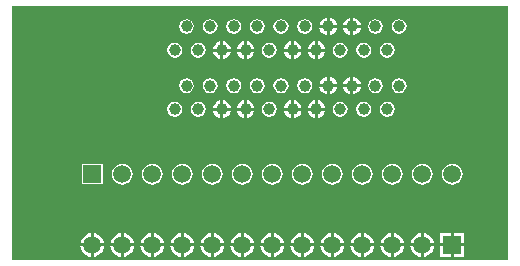
<source format=gbl>
G04*
G04 #@! TF.GenerationSoftware,Altium Limited,Altium Designer,19.1.8 (144)*
G04*
G04 Layer_Physical_Order=2*
G04 Layer_Color=16711680*
%FSLAX44Y44*%
%MOMM*%
G71*
G01*
G75*
%ADD16R,1.5000X1.5000*%
%ADD17C,1.5000*%
%ADD18C,1.0000*%
%ADD19C,0.7620*%
G36*
X422410Y2590D02*
X2590D01*
Y217410D01*
X422410D01*
Y2590D01*
D02*
G37*
%LPC*%
G36*
X291270Y207438D02*
Y201270D01*
X297438D01*
X297346Y201968D01*
X296586Y203803D01*
X295378Y205378D01*
X293803Y206586D01*
X291968Y207346D01*
X291270Y207438D01*
D02*
G37*
G36*
X288730D02*
X288032Y207346D01*
X286197Y206586D01*
X284622Y205378D01*
X283414Y203803D01*
X282654Y201968D01*
X282562Y201270D01*
X288730D01*
Y207438D01*
D02*
G37*
G36*
X271270D02*
Y201270D01*
X277438D01*
X277346Y201968D01*
X276586Y203803D01*
X275378Y205378D01*
X273803Y206586D01*
X271968Y207346D01*
X271270Y207438D01*
D02*
G37*
G36*
X268730D02*
X268032Y207346D01*
X266197Y206586D01*
X264622Y205378D01*
X263414Y203803D01*
X262654Y201968D01*
X262562Y201270D01*
X268730D01*
Y207438D01*
D02*
G37*
G36*
X330000Y206393D02*
X327554Y205906D01*
X325480Y204520D01*
X324094Y202446D01*
X323607Y200000D01*
X324094Y197554D01*
X325480Y195480D01*
X327554Y194094D01*
X330000Y193607D01*
X332446Y194094D01*
X334520Y195480D01*
X335906Y197554D01*
X336393Y200000D01*
X335906Y202446D01*
X334520Y204520D01*
X332446Y205906D01*
X330000Y206393D01*
D02*
G37*
G36*
X310000D02*
X307554Y205906D01*
X305480Y204520D01*
X304094Y202446D01*
X303607Y200000D01*
X304094Y197554D01*
X305480Y195480D01*
X307554Y194094D01*
X310000Y193607D01*
X312446Y194094D01*
X314520Y195480D01*
X315906Y197554D01*
X316393Y200000D01*
X315906Y202446D01*
X314520Y204520D01*
X312446Y205906D01*
X310000Y206393D01*
D02*
G37*
G36*
X250000D02*
X247554Y205906D01*
X245480Y204520D01*
X244094Y202446D01*
X243607Y200000D01*
X244094Y197554D01*
X245480Y195480D01*
X247554Y194094D01*
X250000Y193607D01*
X252446Y194094D01*
X254520Y195480D01*
X255906Y197554D01*
X256393Y200000D01*
X255906Y202446D01*
X254520Y204520D01*
X252446Y205906D01*
X250000Y206393D01*
D02*
G37*
G36*
X230000D02*
X227554Y205906D01*
X225480Y204520D01*
X224094Y202446D01*
X223607Y200000D01*
X224094Y197554D01*
X225480Y195480D01*
X227554Y194094D01*
X230000Y193607D01*
X232446Y194094D01*
X234520Y195480D01*
X235906Y197554D01*
X236393Y200000D01*
X235906Y202446D01*
X234520Y204520D01*
X232446Y205906D01*
X230000Y206393D01*
D02*
G37*
G36*
X210000D02*
X207554Y205906D01*
X205480Y204520D01*
X204094Y202446D01*
X203607Y200000D01*
X204094Y197554D01*
X205480Y195480D01*
X207554Y194094D01*
X210000Y193607D01*
X212446Y194094D01*
X214520Y195480D01*
X215906Y197554D01*
X216393Y200000D01*
X215906Y202446D01*
X214520Y204520D01*
X212446Y205906D01*
X210000Y206393D01*
D02*
G37*
G36*
X190000D02*
X187554Y205906D01*
X185480Y204520D01*
X184094Y202446D01*
X183607Y200000D01*
X184094Y197554D01*
X185480Y195480D01*
X187554Y194094D01*
X190000Y193607D01*
X192446Y194094D01*
X194520Y195480D01*
X195906Y197554D01*
X196393Y200000D01*
X195906Y202446D01*
X194520Y204520D01*
X192446Y205906D01*
X190000Y206393D01*
D02*
G37*
G36*
X170000D02*
X167554Y205906D01*
X165480Y204520D01*
X164094Y202446D01*
X163607Y200000D01*
X164094Y197554D01*
X165480Y195480D01*
X167554Y194094D01*
X170000Y193607D01*
X172446Y194094D01*
X174520Y195480D01*
X175906Y197554D01*
X176393Y200000D01*
X175906Y202446D01*
X174520Y204520D01*
X172446Y205906D01*
X170000Y206393D01*
D02*
G37*
G36*
X150000D02*
X147554Y205906D01*
X145480Y204520D01*
X144094Y202446D01*
X143607Y200000D01*
X144094Y197554D01*
X145480Y195480D01*
X147554Y194094D01*
X150000Y193607D01*
X152446Y194094D01*
X154520Y195480D01*
X155906Y197554D01*
X156393Y200000D01*
X155906Y202446D01*
X154520Y204520D01*
X152446Y205906D01*
X150000Y206393D01*
D02*
G37*
G36*
X297438Y198730D02*
X291270D01*
Y192562D01*
X291968Y192654D01*
X293803Y193414D01*
X295378Y194622D01*
X296586Y196197D01*
X297346Y198032D01*
X297438Y198730D01*
D02*
G37*
G36*
X288730D02*
X282562D01*
X282654Y198032D01*
X283414Y196197D01*
X284622Y194622D01*
X286197Y193414D01*
X288032Y192654D01*
X288730Y192562D01*
Y198730D01*
D02*
G37*
G36*
X277438D02*
X271270D01*
Y192562D01*
X271968Y192654D01*
X273803Y193414D01*
X275378Y194622D01*
X276586Y196197D01*
X277346Y198032D01*
X277438Y198730D01*
D02*
G37*
G36*
X268730D02*
X262562D01*
X262654Y198032D01*
X263414Y196197D01*
X264622Y194622D01*
X266197Y193414D01*
X268032Y192654D01*
X268730Y192562D01*
Y198730D01*
D02*
G37*
G36*
X261270Y187438D02*
Y181270D01*
X267438D01*
X267346Y181968D01*
X266586Y183803D01*
X265378Y185378D01*
X263803Y186586D01*
X261968Y187346D01*
X261270Y187438D01*
D02*
G37*
G36*
X258730D02*
X258032Y187346D01*
X256197Y186586D01*
X254622Y185378D01*
X253414Y183803D01*
X252654Y181968D01*
X252562Y181270D01*
X258730D01*
Y187438D01*
D02*
G37*
G36*
X241270D02*
Y181270D01*
X247438D01*
X247346Y181968D01*
X246586Y183803D01*
X245378Y185378D01*
X243803Y186586D01*
X241968Y187346D01*
X241270Y187438D01*
D02*
G37*
G36*
X238730D02*
X238032Y187346D01*
X236197Y186586D01*
X234622Y185378D01*
X233414Y183803D01*
X232654Y181968D01*
X232562Y181270D01*
X238730D01*
Y187438D01*
D02*
G37*
G36*
X201270D02*
Y181270D01*
X207438D01*
X207346Y181968D01*
X206586Y183803D01*
X205378Y185378D01*
X203803Y186586D01*
X201968Y187346D01*
X201270Y187438D01*
D02*
G37*
G36*
X198730D02*
X198032Y187346D01*
X196197Y186586D01*
X194622Y185378D01*
X193414Y183803D01*
X192654Y181968D01*
X192562Y181270D01*
X198730D01*
Y187438D01*
D02*
G37*
G36*
X181270D02*
Y181270D01*
X187438D01*
X187346Y181968D01*
X186586Y183803D01*
X185378Y185378D01*
X183803Y186586D01*
X181968Y187346D01*
X181270Y187438D01*
D02*
G37*
G36*
X178730D02*
X178032Y187346D01*
X176197Y186586D01*
X174622Y185378D01*
X173414Y183803D01*
X172654Y181968D01*
X172562Y181270D01*
X178730D01*
Y187438D01*
D02*
G37*
G36*
X320000Y186393D02*
X317554Y185906D01*
X315480Y184520D01*
X314094Y182446D01*
X313607Y180000D01*
X314094Y177554D01*
X315480Y175480D01*
X317554Y174094D01*
X320000Y173607D01*
X322446Y174094D01*
X324520Y175480D01*
X325906Y177554D01*
X326393Y180000D01*
X325906Y182446D01*
X324520Y184520D01*
X322446Y185906D01*
X320000Y186393D01*
D02*
G37*
G36*
X300000D02*
X297554Y185906D01*
X295480Y184520D01*
X294094Y182446D01*
X293607Y180000D01*
X294094Y177554D01*
X295480Y175480D01*
X297554Y174094D01*
X300000Y173607D01*
X302446Y174094D01*
X304520Y175480D01*
X305906Y177554D01*
X306393Y180000D01*
X305906Y182446D01*
X304520Y184520D01*
X302446Y185906D01*
X300000Y186393D01*
D02*
G37*
G36*
X280000D02*
X277554Y185906D01*
X275480Y184520D01*
X274094Y182446D01*
X273607Y180000D01*
X274094Y177554D01*
X275480Y175480D01*
X277554Y174094D01*
X280000Y173607D01*
X282446Y174094D01*
X284520Y175480D01*
X285906Y177554D01*
X286393Y180000D01*
X285906Y182446D01*
X284520Y184520D01*
X282446Y185906D01*
X280000Y186393D01*
D02*
G37*
G36*
X220000D02*
X217554Y185906D01*
X215480Y184520D01*
X214094Y182446D01*
X213607Y180000D01*
X214094Y177554D01*
X215480Y175480D01*
X217554Y174094D01*
X220000Y173607D01*
X222446Y174094D01*
X224520Y175480D01*
X225906Y177554D01*
X226393Y180000D01*
X225906Y182446D01*
X224520Y184520D01*
X222446Y185906D01*
X220000Y186393D01*
D02*
G37*
G36*
X160000D02*
X157554Y185906D01*
X155480Y184520D01*
X154094Y182446D01*
X153607Y180000D01*
X154094Y177554D01*
X155480Y175480D01*
X157554Y174094D01*
X160000Y173607D01*
X162446Y174094D01*
X164520Y175480D01*
X165906Y177554D01*
X166393Y180000D01*
X165906Y182446D01*
X164520Y184520D01*
X162446Y185906D01*
X160000Y186393D01*
D02*
G37*
G36*
X140000D02*
X137554Y185906D01*
X135480Y184520D01*
X134094Y182446D01*
X133607Y180000D01*
X134094Y177554D01*
X135480Y175480D01*
X137554Y174094D01*
X140000Y173607D01*
X142446Y174094D01*
X144520Y175480D01*
X145906Y177554D01*
X146393Y180000D01*
X145906Y182446D01*
X144520Y184520D01*
X142446Y185906D01*
X140000Y186393D01*
D02*
G37*
G36*
X267438Y178730D02*
X261270D01*
Y172562D01*
X261968Y172654D01*
X263803Y173414D01*
X265378Y174622D01*
X266586Y176197D01*
X267346Y178032D01*
X267438Y178730D01*
D02*
G37*
G36*
X258730D02*
X252562D01*
X252654Y178032D01*
X253414Y176197D01*
X254622Y174622D01*
X256197Y173414D01*
X258032Y172654D01*
X258730Y172562D01*
Y178730D01*
D02*
G37*
G36*
X247438D02*
X241270D01*
Y172562D01*
X241968Y172654D01*
X243803Y173414D01*
X245378Y174622D01*
X246586Y176197D01*
X247346Y178032D01*
X247438Y178730D01*
D02*
G37*
G36*
X238730D02*
X232562D01*
X232654Y178032D01*
X233414Y176197D01*
X234622Y174622D01*
X236197Y173414D01*
X238032Y172654D01*
X238730Y172562D01*
Y178730D01*
D02*
G37*
G36*
X207438D02*
X201270D01*
Y172562D01*
X201968Y172654D01*
X203803Y173414D01*
X205378Y174622D01*
X206586Y176197D01*
X207346Y178032D01*
X207438Y178730D01*
D02*
G37*
G36*
X198730D02*
X192562D01*
X192654Y178032D01*
X193414Y176197D01*
X194622Y174622D01*
X196197Y173414D01*
X198032Y172654D01*
X198730Y172562D01*
Y178730D01*
D02*
G37*
G36*
X187438D02*
X181270D01*
Y172562D01*
X181968Y172654D01*
X183803Y173414D01*
X185378Y174622D01*
X186586Y176197D01*
X187346Y178032D01*
X187438Y178730D01*
D02*
G37*
G36*
X178730D02*
X172562D01*
X172654Y178032D01*
X173414Y176197D01*
X174622Y174622D01*
X176197Y173414D01*
X178032Y172654D01*
X178730Y172562D01*
Y178730D01*
D02*
G37*
G36*
X291270Y157438D02*
Y151270D01*
X297438D01*
X297346Y151968D01*
X296586Y153802D01*
X295378Y155378D01*
X293803Y156586D01*
X291968Y157346D01*
X291270Y157438D01*
D02*
G37*
G36*
X288730D02*
X288032Y157346D01*
X286197Y156586D01*
X284622Y155378D01*
X283414Y153802D01*
X282654Y151968D01*
X282562Y151270D01*
X288730D01*
Y157438D01*
D02*
G37*
G36*
X271270D02*
Y151270D01*
X277438D01*
X277346Y151968D01*
X276586Y153802D01*
X275378Y155378D01*
X273803Y156586D01*
X271968Y157346D01*
X271270Y157438D01*
D02*
G37*
G36*
X268730D02*
X268032Y157346D01*
X266197Y156586D01*
X264622Y155378D01*
X263414Y153802D01*
X262654Y151968D01*
X262562Y151270D01*
X268730D01*
Y157438D01*
D02*
G37*
G36*
X330000Y156393D02*
X327554Y155906D01*
X325480Y154520D01*
X324094Y152446D01*
X323607Y150000D01*
X324094Y147554D01*
X325480Y145480D01*
X327554Y144094D01*
X330000Y143607D01*
X332446Y144094D01*
X334520Y145480D01*
X335906Y147554D01*
X336393Y150000D01*
X335906Y152446D01*
X334520Y154520D01*
X332446Y155906D01*
X330000Y156393D01*
D02*
G37*
G36*
X310000D02*
X307554Y155906D01*
X305480Y154520D01*
X304094Y152446D01*
X303607Y150000D01*
X304094Y147554D01*
X305480Y145480D01*
X307554Y144094D01*
X310000Y143607D01*
X312446Y144094D01*
X314520Y145480D01*
X315906Y147554D01*
X316393Y150000D01*
X315906Y152446D01*
X314520Y154520D01*
X312446Y155906D01*
X310000Y156393D01*
D02*
G37*
G36*
X250000D02*
X247554Y155906D01*
X245480Y154520D01*
X244094Y152446D01*
X243607Y150000D01*
X244094Y147554D01*
X245480Y145480D01*
X247554Y144094D01*
X250000Y143607D01*
X252446Y144094D01*
X254520Y145480D01*
X255906Y147554D01*
X256393Y150000D01*
X255906Y152446D01*
X254520Y154520D01*
X252446Y155906D01*
X250000Y156393D01*
D02*
G37*
G36*
X230000D02*
X227554Y155906D01*
X225480Y154520D01*
X224094Y152446D01*
X223607Y150000D01*
X224094Y147554D01*
X225480Y145480D01*
X227554Y144094D01*
X230000Y143607D01*
X232446Y144094D01*
X234520Y145480D01*
X235906Y147554D01*
X236393Y150000D01*
X235906Y152446D01*
X234520Y154520D01*
X232446Y155906D01*
X230000Y156393D01*
D02*
G37*
G36*
X210000D02*
X207554Y155906D01*
X205480Y154520D01*
X204094Y152446D01*
X203607Y150000D01*
X204094Y147554D01*
X205480Y145480D01*
X207554Y144094D01*
X210000Y143607D01*
X212446Y144094D01*
X214520Y145480D01*
X215906Y147554D01*
X216393Y150000D01*
X215906Y152446D01*
X214520Y154520D01*
X212446Y155906D01*
X210000Y156393D01*
D02*
G37*
G36*
X190000D02*
X187554Y155906D01*
X185480Y154520D01*
X184094Y152446D01*
X183607Y150000D01*
X184094Y147554D01*
X185480Y145480D01*
X187554Y144094D01*
X190000Y143607D01*
X192446Y144094D01*
X194520Y145480D01*
X195906Y147554D01*
X196393Y150000D01*
X195906Y152446D01*
X194520Y154520D01*
X192446Y155906D01*
X190000Y156393D01*
D02*
G37*
G36*
X170000D02*
X167554Y155906D01*
X165480Y154520D01*
X164094Y152446D01*
X163607Y150000D01*
X164094Y147554D01*
X165480Y145480D01*
X167554Y144094D01*
X170000Y143607D01*
X172446Y144094D01*
X174520Y145480D01*
X175906Y147554D01*
X176393Y150000D01*
X175906Y152446D01*
X174520Y154520D01*
X172446Y155906D01*
X170000Y156393D01*
D02*
G37*
G36*
X150000D02*
X147554Y155906D01*
X145480Y154520D01*
X144094Y152446D01*
X143607Y150000D01*
X144094Y147554D01*
X145480Y145480D01*
X147554Y144094D01*
X150000Y143607D01*
X152446Y144094D01*
X154520Y145480D01*
X155906Y147554D01*
X156393Y150000D01*
X155906Y152446D01*
X154520Y154520D01*
X152446Y155906D01*
X150000Y156393D01*
D02*
G37*
G36*
X297438Y148730D02*
X291270D01*
Y142562D01*
X291968Y142654D01*
X293803Y143414D01*
X295378Y144622D01*
X296586Y146198D01*
X297346Y148032D01*
X297438Y148730D01*
D02*
G37*
G36*
X288730D02*
X282562D01*
X282654Y148032D01*
X283414Y146198D01*
X284622Y144622D01*
X286197Y143414D01*
X288032Y142654D01*
X288730Y142562D01*
Y148730D01*
D02*
G37*
G36*
X277438D02*
X271270D01*
Y142562D01*
X271968Y142654D01*
X273803Y143414D01*
X275378Y144622D01*
X276586Y146198D01*
X277346Y148032D01*
X277438Y148730D01*
D02*
G37*
G36*
X268730D02*
X262562D01*
X262654Y148032D01*
X263414Y146198D01*
X264622Y144622D01*
X266197Y143414D01*
X268032Y142654D01*
X268730Y142562D01*
Y148730D01*
D02*
G37*
G36*
X261270Y137438D02*
Y131270D01*
X267438D01*
X267346Y131968D01*
X266586Y133802D01*
X265378Y135378D01*
X263803Y136586D01*
X261968Y137346D01*
X261270Y137438D01*
D02*
G37*
G36*
X258730D02*
X258032Y137346D01*
X256197Y136586D01*
X254622Y135378D01*
X253414Y133802D01*
X252654Y131968D01*
X252562Y131270D01*
X258730D01*
Y137438D01*
D02*
G37*
G36*
X241270D02*
Y131270D01*
X247438D01*
X247346Y131968D01*
X246586Y133802D01*
X245378Y135378D01*
X243803Y136586D01*
X241968Y137346D01*
X241270Y137438D01*
D02*
G37*
G36*
X238730D02*
X238032Y137346D01*
X236197Y136586D01*
X234622Y135378D01*
X233414Y133802D01*
X232654Y131968D01*
X232562Y131270D01*
X238730D01*
Y137438D01*
D02*
G37*
G36*
X201270D02*
Y131270D01*
X207438D01*
X207346Y131968D01*
X206586Y133802D01*
X205378Y135378D01*
X203803Y136586D01*
X201968Y137346D01*
X201270Y137438D01*
D02*
G37*
G36*
X198730D02*
X198032Y137346D01*
X196197Y136586D01*
X194622Y135378D01*
X193414Y133802D01*
X192654Y131968D01*
X192562Y131270D01*
X198730D01*
Y137438D01*
D02*
G37*
G36*
X181270D02*
Y131270D01*
X187438D01*
X187346Y131968D01*
X186586Y133802D01*
X185378Y135378D01*
X183803Y136586D01*
X181968Y137346D01*
X181270Y137438D01*
D02*
G37*
G36*
X178730D02*
X178032Y137346D01*
X176197Y136586D01*
X174622Y135378D01*
X173414Y133802D01*
X172654Y131968D01*
X172562Y131270D01*
X178730D01*
Y137438D01*
D02*
G37*
G36*
X320000Y136393D02*
X317554Y135906D01*
X315480Y134520D01*
X314094Y132446D01*
X313607Y130000D01*
X314094Y127554D01*
X315480Y125480D01*
X317554Y124094D01*
X320000Y123607D01*
X322446Y124094D01*
X324520Y125480D01*
X325906Y127554D01*
X326393Y130000D01*
X325906Y132446D01*
X324520Y134520D01*
X322446Y135906D01*
X320000Y136393D01*
D02*
G37*
G36*
X300000D02*
X297554Y135906D01*
X295480Y134520D01*
X294094Y132446D01*
X293607Y130000D01*
X294094Y127554D01*
X295480Y125480D01*
X297554Y124094D01*
X300000Y123607D01*
X302446Y124094D01*
X304520Y125480D01*
X305906Y127554D01*
X306393Y130000D01*
X305906Y132446D01*
X304520Y134520D01*
X302446Y135906D01*
X300000Y136393D01*
D02*
G37*
G36*
X280000D02*
X277554Y135906D01*
X275480Y134520D01*
X274094Y132446D01*
X273607Y130000D01*
X274094Y127554D01*
X275480Y125480D01*
X277554Y124094D01*
X280000Y123607D01*
X282446Y124094D01*
X284520Y125480D01*
X285906Y127554D01*
X286393Y130000D01*
X285906Y132446D01*
X284520Y134520D01*
X282446Y135906D01*
X280000Y136393D01*
D02*
G37*
G36*
X220000D02*
X217554Y135906D01*
X215480Y134520D01*
X214094Y132446D01*
X213607Y130000D01*
X214094Y127554D01*
X215480Y125480D01*
X217554Y124094D01*
X220000Y123607D01*
X222446Y124094D01*
X224520Y125480D01*
X225906Y127554D01*
X226393Y130000D01*
X225906Y132446D01*
X224520Y134520D01*
X222446Y135906D01*
X220000Y136393D01*
D02*
G37*
G36*
X160000D02*
X157554Y135906D01*
X155480Y134520D01*
X154094Y132446D01*
X153607Y130000D01*
X154094Y127554D01*
X155480Y125480D01*
X157554Y124094D01*
X160000Y123607D01*
X162446Y124094D01*
X164520Y125480D01*
X165906Y127554D01*
X166393Y130000D01*
X165906Y132446D01*
X164520Y134520D01*
X162446Y135906D01*
X160000Y136393D01*
D02*
G37*
G36*
X140000D02*
X137554Y135906D01*
X135480Y134520D01*
X134094Y132446D01*
X133607Y130000D01*
X134094Y127554D01*
X135480Y125480D01*
X137554Y124094D01*
X140000Y123607D01*
X142446Y124094D01*
X144520Y125480D01*
X145906Y127554D01*
X146393Y130000D01*
X145906Y132446D01*
X144520Y134520D01*
X142446Y135906D01*
X140000Y136393D01*
D02*
G37*
G36*
X267438Y128730D02*
X261270D01*
Y122562D01*
X261968Y122654D01*
X263803Y123414D01*
X265378Y124622D01*
X266586Y126198D01*
X267346Y128032D01*
X267438Y128730D01*
D02*
G37*
G36*
X258730D02*
X252562D01*
X252654Y128032D01*
X253414Y126198D01*
X254622Y124622D01*
X256197Y123414D01*
X258032Y122654D01*
X258730Y122562D01*
Y128730D01*
D02*
G37*
G36*
X247438D02*
X241270D01*
Y122562D01*
X241968Y122654D01*
X243803Y123414D01*
X245378Y124622D01*
X246586Y126198D01*
X247346Y128032D01*
X247438Y128730D01*
D02*
G37*
G36*
X238730D02*
X232562D01*
X232654Y128032D01*
X233414Y126198D01*
X234622Y124622D01*
X236197Y123414D01*
X238032Y122654D01*
X238730Y122562D01*
Y128730D01*
D02*
G37*
G36*
X207438D02*
X201270D01*
Y122562D01*
X201968Y122654D01*
X203803Y123414D01*
X205378Y124622D01*
X206586Y126198D01*
X207346Y128032D01*
X207438Y128730D01*
D02*
G37*
G36*
X198730D02*
X192562D01*
X192654Y128032D01*
X193414Y126198D01*
X194622Y124622D01*
X196197Y123414D01*
X198032Y122654D01*
X198730Y122562D01*
Y128730D01*
D02*
G37*
G36*
X187438D02*
X181270D01*
Y122562D01*
X181968Y122654D01*
X183803Y123414D01*
X185378Y124622D01*
X186586Y126198D01*
X187346Y128032D01*
X187438Y128730D01*
D02*
G37*
G36*
X178730D02*
X172562D01*
X172654Y128032D01*
X173414Y126198D01*
X174622Y124622D01*
X176197Y123414D01*
X178032Y122654D01*
X178730Y122562D01*
Y128730D01*
D02*
G37*
G36*
X78970Y83770D02*
X61430D01*
Y66230D01*
X78970D01*
Y83770D01*
D02*
G37*
G36*
X375000Y83846D02*
X372711Y83544D01*
X370577Y82661D01*
X368745Y81255D01*
X367339Y79423D01*
X366456Y77289D01*
X366154Y75000D01*
X366456Y72711D01*
X367339Y70577D01*
X368745Y68745D01*
X370577Y67339D01*
X372711Y66456D01*
X375000Y66154D01*
X377289Y66456D01*
X379423Y67339D01*
X381255Y68745D01*
X382661Y70577D01*
X383544Y72711D01*
X383846Y75000D01*
X383544Y77289D01*
X382661Y79423D01*
X381255Y81255D01*
X379423Y82661D01*
X377289Y83544D01*
X375000Y83846D01*
D02*
G37*
G36*
X349600D02*
X347311Y83544D01*
X345177Y82661D01*
X343345Y81255D01*
X341939Y79423D01*
X341056Y77289D01*
X340754Y75000D01*
X341056Y72711D01*
X341939Y70577D01*
X343345Y68745D01*
X345177Y67339D01*
X347311Y66456D01*
X349600Y66154D01*
X351889Y66456D01*
X354023Y67339D01*
X355855Y68745D01*
X357261Y70577D01*
X358144Y72711D01*
X358446Y75000D01*
X358144Y77289D01*
X357261Y79423D01*
X355855Y81255D01*
X354023Y82661D01*
X351889Y83544D01*
X349600Y83846D01*
D02*
G37*
G36*
X324200D02*
X321911Y83544D01*
X319777Y82661D01*
X317945Y81255D01*
X316539Y79423D01*
X315656Y77289D01*
X315354Y75000D01*
X315656Y72711D01*
X316539Y70577D01*
X317945Y68745D01*
X319777Y67339D01*
X321911Y66456D01*
X324200Y66154D01*
X326489Y66456D01*
X328623Y67339D01*
X330455Y68745D01*
X331861Y70577D01*
X332744Y72711D01*
X333046Y75000D01*
X332744Y77289D01*
X331861Y79423D01*
X330455Y81255D01*
X328623Y82661D01*
X326489Y83544D01*
X324200Y83846D01*
D02*
G37*
G36*
X298800D02*
X296511Y83544D01*
X294377Y82661D01*
X292545Y81255D01*
X291139Y79423D01*
X290256Y77289D01*
X289954Y75000D01*
X290256Y72711D01*
X291139Y70577D01*
X292545Y68745D01*
X294377Y67339D01*
X296511Y66456D01*
X298800Y66154D01*
X301089Y66456D01*
X303223Y67339D01*
X305055Y68745D01*
X306461Y70577D01*
X307344Y72711D01*
X307646Y75000D01*
X307344Y77289D01*
X306461Y79423D01*
X305055Y81255D01*
X303223Y82661D01*
X301089Y83544D01*
X298800Y83846D01*
D02*
G37*
G36*
X273400D02*
X271111Y83544D01*
X268977Y82661D01*
X267145Y81255D01*
X265739Y79423D01*
X264856Y77289D01*
X264554Y75000D01*
X264856Y72711D01*
X265739Y70577D01*
X267145Y68745D01*
X268977Y67339D01*
X271111Y66456D01*
X273400Y66154D01*
X275689Y66456D01*
X277823Y67339D01*
X279655Y68745D01*
X281061Y70577D01*
X281944Y72711D01*
X282246Y75000D01*
X281944Y77289D01*
X281061Y79423D01*
X279655Y81255D01*
X277823Y82661D01*
X275689Y83544D01*
X273400Y83846D01*
D02*
G37*
G36*
X248000D02*
X245711Y83544D01*
X243577Y82661D01*
X241745Y81255D01*
X240339Y79423D01*
X239456Y77289D01*
X239154Y75000D01*
X239456Y72711D01*
X240339Y70577D01*
X241745Y68745D01*
X243577Y67339D01*
X245711Y66456D01*
X248000Y66154D01*
X250289Y66456D01*
X252423Y67339D01*
X254255Y68745D01*
X255661Y70577D01*
X256544Y72711D01*
X256846Y75000D01*
X256544Y77289D01*
X255661Y79423D01*
X254255Y81255D01*
X252423Y82661D01*
X250289Y83544D01*
X248000Y83846D01*
D02*
G37*
G36*
X222600D02*
X220311Y83544D01*
X218177Y82661D01*
X216345Y81255D01*
X214939Y79423D01*
X214056Y77289D01*
X213754Y75000D01*
X214056Y72711D01*
X214939Y70577D01*
X216345Y68745D01*
X218177Y67339D01*
X220311Y66456D01*
X222600Y66154D01*
X224889Y66456D01*
X227023Y67339D01*
X228855Y68745D01*
X230261Y70577D01*
X231144Y72711D01*
X231446Y75000D01*
X231144Y77289D01*
X230261Y79423D01*
X228855Y81255D01*
X227023Y82661D01*
X224889Y83544D01*
X222600Y83846D01*
D02*
G37*
G36*
X197200D02*
X194911Y83544D01*
X192777Y82661D01*
X190945Y81255D01*
X189539Y79423D01*
X188656Y77289D01*
X188354Y75000D01*
X188656Y72711D01*
X189539Y70577D01*
X190945Y68745D01*
X192777Y67339D01*
X194911Y66456D01*
X197200Y66154D01*
X199489Y66456D01*
X201623Y67339D01*
X203455Y68745D01*
X204861Y70577D01*
X205744Y72711D01*
X206046Y75000D01*
X205744Y77289D01*
X204861Y79423D01*
X203455Y81255D01*
X201623Y82661D01*
X199489Y83544D01*
X197200Y83846D01*
D02*
G37*
G36*
X171800D02*
X169511Y83544D01*
X167377Y82661D01*
X165545Y81255D01*
X164139Y79423D01*
X163256Y77289D01*
X162954Y75000D01*
X163256Y72711D01*
X164139Y70577D01*
X165545Y68745D01*
X167377Y67339D01*
X169511Y66456D01*
X171800Y66154D01*
X174089Y66456D01*
X176223Y67339D01*
X178055Y68745D01*
X179461Y70577D01*
X180344Y72711D01*
X180646Y75000D01*
X180344Y77289D01*
X179461Y79423D01*
X178055Y81255D01*
X176223Y82661D01*
X174089Y83544D01*
X171800Y83846D01*
D02*
G37*
G36*
X146400D02*
X144111Y83544D01*
X141977Y82661D01*
X140145Y81255D01*
X138739Y79423D01*
X137856Y77289D01*
X137554Y75000D01*
X137856Y72711D01*
X138739Y70577D01*
X140145Y68745D01*
X141977Y67339D01*
X144111Y66456D01*
X146400Y66154D01*
X148689Y66456D01*
X150823Y67339D01*
X152655Y68745D01*
X154061Y70577D01*
X154944Y72711D01*
X155246Y75000D01*
X154944Y77289D01*
X154061Y79423D01*
X152655Y81255D01*
X150823Y82661D01*
X148689Y83544D01*
X146400Y83846D01*
D02*
G37*
G36*
X121000D02*
X118711Y83544D01*
X116577Y82661D01*
X114745Y81255D01*
X113339Y79423D01*
X112456Y77289D01*
X112154Y75000D01*
X112456Y72711D01*
X113339Y70577D01*
X114745Y68745D01*
X116577Y67339D01*
X118711Y66456D01*
X121000Y66154D01*
X123289Y66456D01*
X125423Y67339D01*
X127255Y68745D01*
X128661Y70577D01*
X129544Y72711D01*
X129846Y75000D01*
X129544Y77289D01*
X128661Y79423D01*
X127255Y81255D01*
X125423Y82661D01*
X123289Y83544D01*
X121000Y83846D01*
D02*
G37*
G36*
X95600D02*
X93311Y83544D01*
X91177Y82661D01*
X89345Y81255D01*
X87939Y79423D01*
X87056Y77289D01*
X86754Y75000D01*
X87056Y72711D01*
X87939Y70577D01*
X89345Y68745D01*
X91177Y67339D01*
X93311Y66456D01*
X95600Y66154D01*
X97889Y66456D01*
X100023Y67339D01*
X101855Y68745D01*
X103261Y70577D01*
X104144Y72711D01*
X104446Y75000D01*
X104144Y77289D01*
X103261Y79423D01*
X101855Y81255D01*
X100023Y82661D01*
X97889Y83544D01*
X95600Y83846D01*
D02*
G37*
G36*
X325470Y24959D02*
Y16270D01*
X334159D01*
X333982Y17621D01*
X332970Y20063D01*
X331361Y22161D01*
X329263Y23770D01*
X326821Y24782D01*
X325470Y24959D01*
D02*
G37*
G36*
X223870D02*
Y16270D01*
X232559D01*
X232382Y17621D01*
X231370Y20063D01*
X229761Y22161D01*
X227663Y23770D01*
X225221Y24782D01*
X223870Y24959D01*
D02*
G37*
G36*
X96870D02*
Y16270D01*
X105559D01*
X105382Y17621D01*
X104370Y20063D01*
X102761Y22161D01*
X100663Y23770D01*
X98221Y24782D01*
X96870Y24959D01*
D02*
G37*
G36*
X350870D02*
Y16270D01*
X359559D01*
X359382Y17621D01*
X358370Y20063D01*
X356761Y22161D01*
X354663Y23770D01*
X352221Y24782D01*
X350870Y24959D01*
D02*
G37*
G36*
X300070D02*
Y16270D01*
X308759D01*
X308582Y17621D01*
X307570Y20063D01*
X305961Y22161D01*
X303863Y23770D01*
X301421Y24782D01*
X300070Y24959D01*
D02*
G37*
G36*
X249270D02*
Y16270D01*
X257959D01*
X257782Y17621D01*
X256770Y20063D01*
X255161Y22161D01*
X253063Y23770D01*
X250621Y24782D01*
X249270Y24959D01*
D02*
G37*
G36*
X198470D02*
Y16270D01*
X207159D01*
X206982Y17621D01*
X205970Y20063D01*
X204361Y22161D01*
X202263Y23770D01*
X199821Y24782D01*
X198470Y24959D01*
D02*
G37*
G36*
X173070D02*
Y16270D01*
X181759D01*
X181582Y17621D01*
X180570Y20063D01*
X178961Y22161D01*
X176863Y23770D01*
X174421Y24782D01*
X173070Y24959D01*
D02*
G37*
G36*
X122270D02*
Y16270D01*
X130959D01*
X130782Y17621D01*
X129770Y20063D01*
X128161Y22161D01*
X126063Y23770D01*
X123621Y24782D01*
X122270Y24959D01*
D02*
G37*
G36*
X71470D02*
Y16270D01*
X80159D01*
X79982Y17621D01*
X78970Y20063D01*
X77361Y22161D01*
X75263Y23770D01*
X72821Y24782D01*
X71470Y24959D01*
D02*
G37*
G36*
X385040Y25040D02*
X376270D01*
Y16270D01*
X385040D01*
Y25040D01*
D02*
G37*
G36*
X274670Y24959D02*
Y16270D01*
X283359D01*
X283182Y17621D01*
X282170Y20063D01*
X280561Y22161D01*
X278463Y23770D01*
X276021Y24782D01*
X274670Y24959D01*
D02*
G37*
G36*
X147670D02*
Y16270D01*
X156359D01*
X156182Y17621D01*
X155170Y20063D01*
X153561Y22161D01*
X151463Y23770D01*
X149021Y24782D01*
X147670Y24959D01*
D02*
G37*
G36*
X322930Y24959D02*
X321579Y24782D01*
X319137Y23770D01*
X317039Y22161D01*
X315430Y20063D01*
X314418Y17621D01*
X314241Y16270D01*
X322930D01*
Y24959D01*
D02*
G37*
G36*
X221330D02*
X219979Y24782D01*
X217537Y23770D01*
X215439Y22161D01*
X213830Y20063D01*
X212818Y17621D01*
X212641Y16270D01*
X221330D01*
Y24959D01*
D02*
G37*
G36*
X94330D02*
X92979Y24782D01*
X90537Y23770D01*
X88439Y22161D01*
X86830Y20063D01*
X85818Y17621D01*
X85641Y16270D01*
X94330D01*
Y24959D01*
D02*
G37*
G36*
X348330D02*
X346979Y24782D01*
X344537Y23770D01*
X342439Y22161D01*
X340830Y20063D01*
X339818Y17621D01*
X339641Y16270D01*
X348330D01*
Y24959D01*
D02*
G37*
G36*
X297530D02*
X296179Y24782D01*
X293737Y23770D01*
X291639Y22161D01*
X290030Y20063D01*
X289018Y17621D01*
X288841Y16270D01*
X297530D01*
Y24959D01*
D02*
G37*
G36*
X246730D02*
X245379Y24782D01*
X242937Y23770D01*
X240839Y22161D01*
X239230Y20063D01*
X238218Y17621D01*
X238041Y16270D01*
X246730D01*
Y24959D01*
D02*
G37*
G36*
X195930D02*
X194579Y24782D01*
X192137Y23770D01*
X190039Y22161D01*
X188430Y20063D01*
X187418Y17621D01*
X187241Y16270D01*
X195930D01*
Y24959D01*
D02*
G37*
G36*
X170530D02*
X169179Y24782D01*
X166737Y23770D01*
X164639Y22161D01*
X163030Y20063D01*
X162018Y17621D01*
X161841Y16270D01*
X170530D01*
Y24959D01*
D02*
G37*
G36*
X119730D02*
X118379Y24782D01*
X115937Y23770D01*
X113839Y22161D01*
X112230Y20063D01*
X111218Y17621D01*
X111041Y16270D01*
X119730D01*
Y24959D01*
D02*
G37*
G36*
X68930D02*
X67579Y24782D01*
X65137Y23770D01*
X63039Y22161D01*
X61430Y20063D01*
X60418Y17621D01*
X60241Y16270D01*
X68930D01*
Y24959D01*
D02*
G37*
G36*
X272130D02*
X270779Y24782D01*
X268337Y23770D01*
X266239Y22161D01*
X264630Y20063D01*
X263618Y17621D01*
X263441Y16270D01*
X272130D01*
Y24959D01*
D02*
G37*
G36*
X145130D02*
X143779Y24782D01*
X141337Y23770D01*
X139239Y22161D01*
X137630Y20063D01*
X136618Y17621D01*
X136441Y16270D01*
X145130D01*
Y24959D01*
D02*
G37*
G36*
X373730Y25040D02*
X364960D01*
Y16270D01*
X373730D01*
Y25040D01*
D02*
G37*
G36*
X348330Y13730D02*
X339641D01*
X339818Y12379D01*
X340830Y9937D01*
X342439Y7839D01*
X344537Y6230D01*
X346979Y5218D01*
X348330Y5041D01*
Y13730D01*
D02*
G37*
G36*
X322930D02*
X314241D01*
X314418Y12379D01*
X315430Y9937D01*
X317039Y7839D01*
X319137Y6230D01*
X321579Y5218D01*
X322930Y5041D01*
Y13730D01*
D02*
G37*
G36*
X297530D02*
X288841D01*
X289018Y12379D01*
X290030Y9937D01*
X291639Y7839D01*
X293737Y6230D01*
X296179Y5218D01*
X297530Y5041D01*
Y13730D01*
D02*
G37*
G36*
X272130D02*
X263441D01*
X263618Y12379D01*
X264630Y9937D01*
X266239Y7839D01*
X268337Y6230D01*
X270779Y5218D01*
X272130Y5041D01*
Y13730D01*
D02*
G37*
G36*
X246730D02*
X238041D01*
X238218Y12379D01*
X239230Y9937D01*
X240839Y7839D01*
X242937Y6230D01*
X245379Y5218D01*
X246730Y5041D01*
Y13730D01*
D02*
G37*
G36*
X221330D02*
X212641D01*
X212818Y12379D01*
X213830Y9937D01*
X215439Y7839D01*
X217537Y6230D01*
X219979Y5218D01*
X221330Y5041D01*
Y13730D01*
D02*
G37*
G36*
X195930D02*
X187241D01*
X187418Y12379D01*
X188430Y9937D01*
X190039Y7839D01*
X192137Y6230D01*
X194579Y5218D01*
X195930Y5041D01*
Y13730D01*
D02*
G37*
G36*
X170530D02*
X161841D01*
X162018Y12379D01*
X163030Y9937D01*
X164639Y7839D01*
X166737Y6230D01*
X169179Y5218D01*
X170530Y5041D01*
Y13730D01*
D02*
G37*
G36*
X145130D02*
X136441D01*
X136618Y12379D01*
X137630Y9937D01*
X139239Y7839D01*
X141337Y6230D01*
X143779Y5218D01*
X145130Y5041D01*
Y13730D01*
D02*
G37*
G36*
X119730D02*
X111041D01*
X111218Y12379D01*
X112230Y9937D01*
X113839Y7839D01*
X115937Y6230D01*
X118379Y5218D01*
X119730Y5041D01*
Y13730D01*
D02*
G37*
G36*
X94330D02*
X85641D01*
X85818Y12379D01*
X86830Y9937D01*
X88439Y7839D01*
X90537Y6230D01*
X92979Y5218D01*
X94330Y5041D01*
Y13730D01*
D02*
G37*
G36*
X68930D02*
X60241D01*
X60418Y12379D01*
X61430Y9937D01*
X63039Y7839D01*
X65137Y6230D01*
X67579Y5218D01*
X68930Y5041D01*
Y13730D01*
D02*
G37*
G36*
X359559D02*
X350870D01*
Y5041D01*
X352221Y5218D01*
X354663Y6230D01*
X356761Y7839D01*
X358370Y9937D01*
X359382Y12379D01*
X359559Y13730D01*
D02*
G37*
G36*
X334159D02*
X325470D01*
Y5041D01*
X326821Y5218D01*
X329263Y6230D01*
X331361Y7839D01*
X332970Y9937D01*
X333982Y12379D01*
X334159Y13730D01*
D02*
G37*
G36*
X308759D02*
X300070D01*
Y5041D01*
X301421Y5218D01*
X303863Y6230D01*
X305961Y7839D01*
X307570Y9937D01*
X308582Y12379D01*
X308759Y13730D01*
D02*
G37*
G36*
X283359D02*
X274670D01*
Y5041D01*
X276021Y5218D01*
X278463Y6230D01*
X280561Y7839D01*
X282170Y9937D01*
X283182Y12379D01*
X283359Y13730D01*
D02*
G37*
G36*
X257959D02*
X249270D01*
Y5041D01*
X250621Y5218D01*
X253063Y6230D01*
X255161Y7839D01*
X256770Y9937D01*
X257782Y12379D01*
X257959Y13730D01*
D02*
G37*
G36*
X232559D02*
X223870D01*
Y5041D01*
X225221Y5218D01*
X227663Y6230D01*
X229761Y7839D01*
X231370Y9937D01*
X232382Y12379D01*
X232559Y13730D01*
D02*
G37*
G36*
X207159D02*
X198470D01*
Y5041D01*
X199821Y5218D01*
X202263Y6230D01*
X204361Y7839D01*
X205970Y9937D01*
X206982Y12379D01*
X207159Y13730D01*
D02*
G37*
G36*
X181759D02*
X173070D01*
Y5041D01*
X174421Y5218D01*
X176863Y6230D01*
X178961Y7839D01*
X180570Y9937D01*
X181582Y12379D01*
X181759Y13730D01*
D02*
G37*
G36*
X156359D02*
X147670D01*
Y5041D01*
X149021Y5218D01*
X151463Y6230D01*
X153561Y7839D01*
X155170Y9937D01*
X156182Y12379D01*
X156359Y13730D01*
D02*
G37*
G36*
X130959D02*
X122270D01*
Y5041D01*
X123621Y5218D01*
X126063Y6230D01*
X128161Y7839D01*
X129770Y9937D01*
X130782Y12379D01*
X130959Y13730D01*
D02*
G37*
G36*
X105559D02*
X96870D01*
Y5041D01*
X98221Y5218D01*
X100663Y6230D01*
X102761Y7839D01*
X104370Y9937D01*
X105382Y12379D01*
X105559Y13730D01*
D02*
G37*
G36*
X80159D02*
X71470D01*
Y5041D01*
X72821Y5218D01*
X75263Y6230D01*
X77361Y7839D01*
X78970Y9937D01*
X79982Y12379D01*
X80159Y13730D01*
D02*
G37*
G36*
X385040D02*
X376270D01*
Y4960D01*
X385040D01*
Y13730D01*
D02*
G37*
G36*
X373730D02*
X364960D01*
Y4960D01*
X373730D01*
Y13730D01*
D02*
G37*
%LPD*%
D16*
X375000Y15000D02*
D03*
X70200Y75000D02*
D03*
D17*
X349600Y15000D02*
D03*
X324200D02*
D03*
X298800D02*
D03*
X273400D02*
D03*
X248000D02*
D03*
X222600D02*
D03*
X197200D02*
D03*
X171800D02*
D03*
X146400D02*
D03*
X121000D02*
D03*
X95600D02*
D03*
X70200D02*
D03*
X95600Y75000D02*
D03*
X121000D02*
D03*
X146400D02*
D03*
X171800D02*
D03*
X197200D02*
D03*
X222600D02*
D03*
X248000D02*
D03*
X273400D02*
D03*
X298800D02*
D03*
X324200D02*
D03*
X349600D02*
D03*
X375000D02*
D03*
D18*
X320000Y130000D02*
D03*
X310000Y150000D02*
D03*
X300000Y130000D02*
D03*
X290000Y150000D02*
D03*
X280000Y130000D02*
D03*
X270000Y150000D02*
D03*
X260000Y130000D02*
D03*
X250000Y150000D02*
D03*
X240000Y130000D02*
D03*
X230000Y150000D02*
D03*
X220000Y130000D02*
D03*
X210000Y150000D02*
D03*
X200000Y130000D02*
D03*
X190000Y150000D02*
D03*
X180000Y130000D02*
D03*
X170000Y150000D02*
D03*
X160000Y130000D02*
D03*
X150000Y150000D02*
D03*
X140000Y130000D02*
D03*
X330000Y150000D02*
D03*
X320000Y180000D02*
D03*
X310000Y200000D02*
D03*
X300000Y180000D02*
D03*
X290000Y200000D02*
D03*
X280000Y180000D02*
D03*
X270000Y200000D02*
D03*
X260000Y180000D02*
D03*
X250000Y200000D02*
D03*
X240000Y180000D02*
D03*
X230000Y200000D02*
D03*
X220000Y180000D02*
D03*
X210000Y200000D02*
D03*
X200000Y180000D02*
D03*
X190000Y200000D02*
D03*
X180000Y180000D02*
D03*
X170000Y200000D02*
D03*
X160000Y180000D02*
D03*
X150000Y200000D02*
D03*
X140000Y180000D02*
D03*
X330000Y200000D02*
D03*
D19*
X369200Y176300D02*
D03*
X388250Y138200D02*
D03*
Y62000D02*
D03*
X293000Y100100D02*
D03*
X312050Y62000D02*
D03*
X235850D02*
D03*
X159650D02*
D03*
X102500Y176300D02*
D03*
X64400D02*
D03*
X83450Y138200D02*
D03*
X64400Y100100D02*
D03*
X26300Y176300D02*
D03*
X45350Y138200D02*
D03*
X26300Y100100D02*
D03*
X45350Y62000D02*
D03*
X26300Y23900D02*
D03*
M02*

</source>
